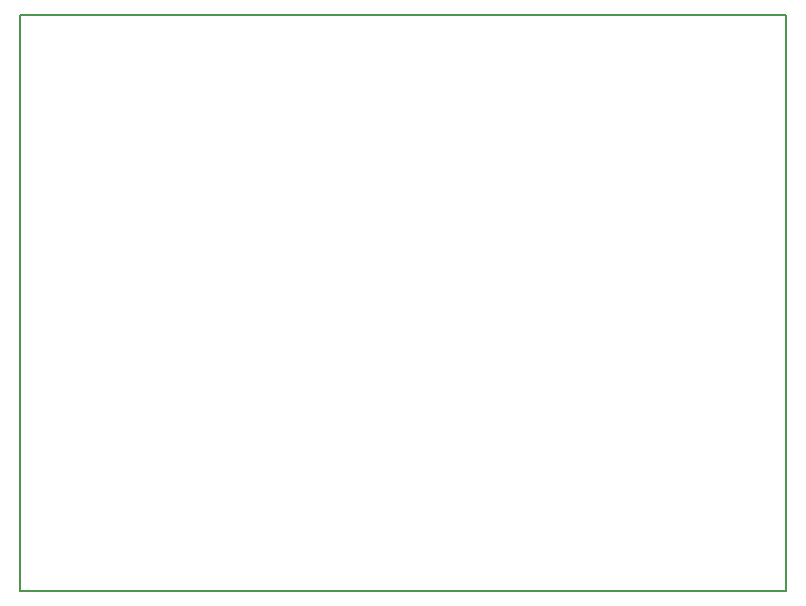
<source format=gko>
%FSLAX44Y44*%
%MOMM*%
G71*
G01*
G75*
G04 Layer_Color=16711935*
%ADD10C,0.2540*%
%ADD11C,1.2700*%
%ADD12C,0.7620*%
%ADD13C,2.0320*%
%ADD14C,2.1590*%
%ADD15R,2.1590X2.1590*%
%ADD16C,3.0000*%
%ADD17R,2.1590X2.1590*%
%ADD18C,1.2700*%
%ADD19C,2.0320*%
%ADD20C,0.1270*%
D20*
X1371854Y494030D02*
Y981202D01*
X723138Y494030D02*
X1371854D01*
X723138D02*
Y981202D01*
X803402D01*
X1371854D01*
M02*

</source>
